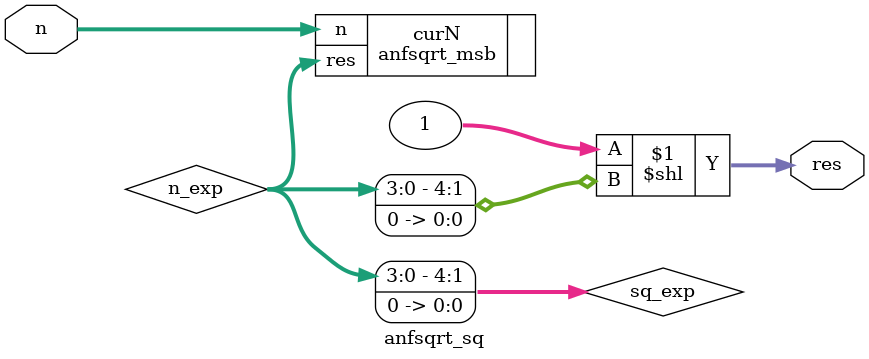
<source format=v>
`include "msb.v"

module anfsqrt_sq
(
    input [31:0] n,
    output [31:0] res
);
    wire [4:0] n_exp;

    anfsqrt_msb curN (.n(n), .res(n_exp));

    wire [4:0] sq_exp;

    assign sq_exp = {n_exp, 1'b0};
    assign res = 1 << sq_exp;

endmodule
</source>
